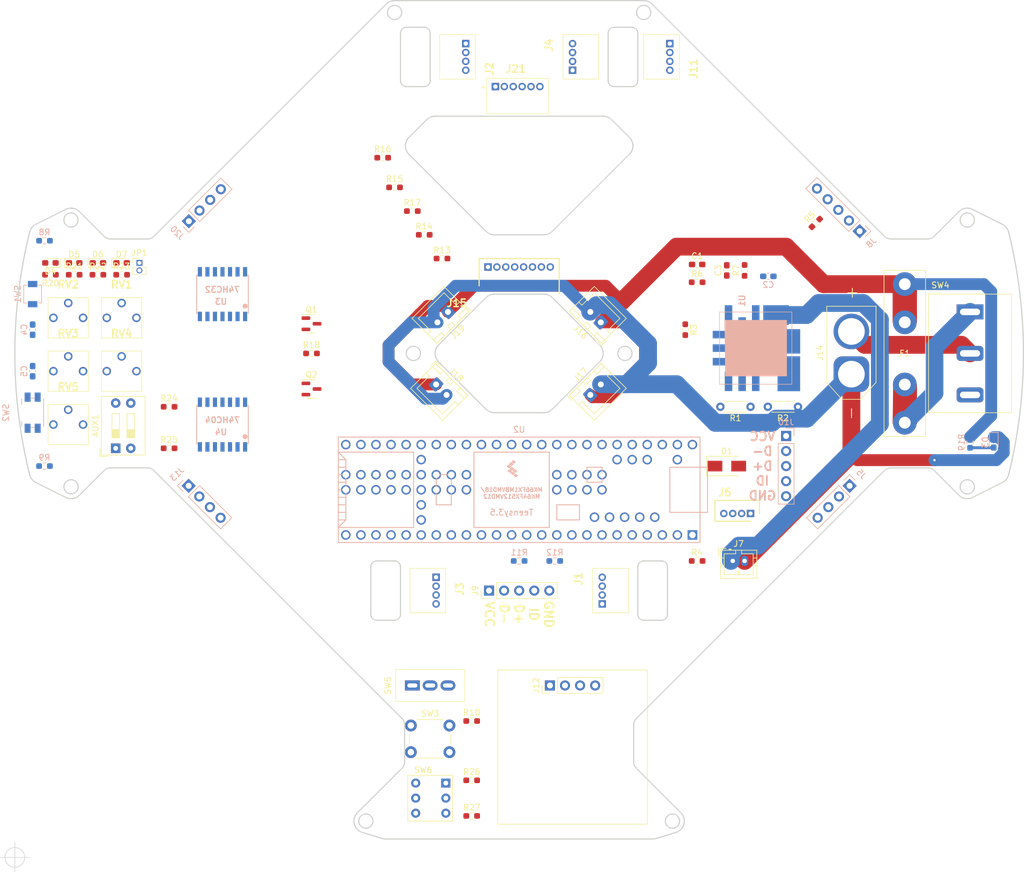
<source format=kicad_pcb>
(kicad_pcb (version 20211014) (generator pcbnew)
  (layers (0 "F.Cu" signal) (31 "B.Cu" signal) (34 "B.Paste" user) (35 "F.Paste" user) (36 "B.SilkS" user "B.Silkscreen") (37 "F.SilkS" user "F.Silkscreen") (38 "B.Mask" user) (39 "F.Mask" user) (44 "Edge.Cuts" user))
  (net 0 "")
  (net 1 "GND")
  (net 2 "/AUX1/3")
  (net 3 "/AUX1/4")
  (net 4 "Net-(C5-Pad2)")
  (net 5 "Net-(D1-Pad1)")
  (net 6 "+5V")
  (net 7 "Net-(D2-Pad2)")
  (net 8 "Net-(D6-Pad2)")
  (net 9 "Net-(D7-Pad2)")
  (net 10 "Net-(D3-Pad2)")
  (net 11 "Net-(D4-Pad1)")
  (net 12 "Net-(D4-Pad2)")
  (net 13 "+15V")
  (net 14 "Net-(F1-Pad2)")
  (net 15 "Net-(J1-Pad2)")
  (net 16 "Net-(J3-Pad1)")
  (net 17 "Net-(D5-Pad2)")
  (net 18 "Net-(J6-Pad1)")
  (net 19 "Net-(J1-Pad1)")
  (net 20 "Net-(J1-Pad4)")
  (net 21 "Net-(J2-Pad2)")
  (net 22 "Net-(J2-Pad4)")
  (net 23 "Net-(J3-Pad2)")
  (net 24 "Net-(J8-Pad1)")
  (net 25 "Net-(J8-Pad2)")
  (net 26 "Net-(J8-Pad4)")
  (net 27 "Net-(J3-Pad4)")
  (net 28 "Net-(J4-Pad1)")
  (net 29 "Net-(J4-Pad2)")
  (net 30 "Net-(J10-Pad1)")
  (net 31 "Net-(J10-Pad3)")
  (net 32 "Net-(J11-Pad1)")
  (net 33 "Net-(J4-Pad4)")
  (net 34 "Net-(J11-Pad3)")
  (net 35 "Net-(J5-Pad1)")
  (net 36 "Net-(J5-Pad3)")
  (net 37 "+3V3")
  (net 38 "Net-(J6-Pad3)")
  (net 39 "Net-(J10-Pad2)")
  (net 40 "Net-(J13-Pad1)")
  (net 41 "Net-(J13-Pad3)")
  (net 42 "Net-(J10-Pad4)")
  (net 43 "Net-(J10-Pad5)")
  (net 44 "Net-(J14-Pad2)")
  (net 45 "Net-(J15-Pad1)")
  (net 46 "Net-(J15-Pad2)")
  (net 47 "Net-(J15-Pad3)")
  (net 48 "Net-(J15-Pad5)")
  (net 49 "Net-(J15-Pad6)")
  (net 50 "Net-(J21-Pad1)")
  (net 51 "Net-(J21-Pad2)")
  (net 52 "Net-(J21-Pad3)")
  (net 53 "Net-(Q1-Pad1)")
  (net 54 "Net-(J21-Pad4)")
  (net 55 "Net-(J21-Pad5)")
  (net 56 "Net-(J21-Pad6)")
  (net 57 "PROG")
  (net 58 "/Switch/SW_GOAL")
  (net 59 "Net-(R1-Pad1)")
  (net 60 "/Switch/SW_START")
  (net 61 "Net-(R1-Pad2)")
  (net 67 "Net-(R4-Pad1)")
  (net 68 "Net-(R5-Pad1)")
  (net 69 "Net-(R13-Pad1)")
  (net 70 "Net-(R14-Pad1)")
  (net 71 "Net-(R16-Pad1)")
  (net 72 "Net-(R17-Pad1)")
  (net 73 "Net-(J15-Pad4)")
  (net 74 "Net-(R26-Pad2)")
  (net 79 "Net-(R15-Pad1)")
  (net 82 "Net-(U2-Pad16)")
  (net 83 "Net-(U2-Pad17)")
  (net 84 "Net-(U2-Pad18)")
  (net 85 "Net-(U2-Pad19)")
  (net 86 "Net-(U2-Pad20)")
  (net 87 "Net-(U2-Pad21)")
  (net 88 "Vbatt")
  (net 97 "/Switch/SW_led_R")
  (net 98 "/Switch/SW_led_G")
  (net 99 "/LED/LED4")
  (net 100 "/LED/LED3")
  (net 101 "/LED/LED2")
  (net 102 "/LED/LED1")
  (net 119 "Net-(U3-Pad11)")
  (net 120 "Net-(U3-Pad12)")
  (net 121 "Net-(J2-Pad1)")
  (net 122 "Net-(U3-Pad13)")
  (net 124 "Net-(Q1-Pad3)")
  (net 125 "Net-(R27-Pad2)")
  (footprint "Resistor_SMD:R_0603_1608Metric_Pad0.98x0.95mm_HandSolder" (layer "F.Cu") (at 64 76.735)
    (fp_text reference "R22")
    (fp_text value "120")
  )
  (footprint "0.main.robot:LED_SMLE13WBC8W1" (layer "F.Cu") (at 60 74.735)
    (fp_text reference "D5")
    (fp_text value "LED2_G")
  )
  (footprint "Package_TO_SOT_SMD:SOT-23" (layer "F.Cu") (at 100 85)
    (fp_text reference "Q1")
    (fp_text value "AO3400A")
  )
  (footprint "Resistor_THT:R_Axial_DIN0204_L3.6mm_D1.6mm_P5.08mm_Horizontal" (layer "F.Cu") (at 182 99 180)
    (fp_text reference "R2")
    (fp_text value "330")
  )
  (footprint "Diode_SMD:D_SMA" (layer "F.Cu") (at 170 109)
    (fp_text reference "D1")
    (fp_text value "SX34F")
  )
  (footprint "0.main.robot:JSTS8B-ZRLFSN" (layer "F.Cu") (at 129.75 78.6)
    (fp_text reference "J15")
    (fp_text value "LINE" hide)
  )
  (footprint "0.main.robot:OLED" (layer "F.Cu") (at 144 146)
    (fp_text reference "J12")
    (fp_text value "I2C_OLED")
  )
  (footprint "0.main.robot:LED_SMLE13WBC8W1" (layer "F.Cu") (at 56 74.735 180)
    (fp_text reference "D4")
    (fp_text value "LED1_R")
  )
  (footprint "Button_Switch_THT:SW_DIP_SPSTx02_Slide_9.78x7.26mm_W7.62mm_P2.54mm" (layer "F.Cu") (at 67 106 90)
    (fp_text reference "AUX1")
    (fp_text value "SW_DIP_x02")
  )
  (footprint "Resistor_SMD:R_0603_1608Metric_Pad0.98x0.95mm_HandSolder" (layer "F.Cu") (at 76 99)
    (fp_text reference "R24")
    (fp_text value "47k")
  )
  (footprint "Package_TO_SOT_SMD:SOT-23" (layer "F.Cu") (at 100 96)
    (fp_text reference "Q2")
    (fp_text value "AO3401A")
  )
  (footprint "Resistor_SMD:R_0603_1608Metric_Pad0.98x0.95mm_HandSolder" (layer "F.Cu") (at 165 78)
    (fp_text reference "R6")
    (fp_text value "47k")
  )
  (footprint "Resistor_SMD:R_0603_1608Metric_Pad0.98x0.95mm_HandSolder" (layer "F.Cu") (at 76 106)
    (fp_text reference "R25")
    (fp_text value "47k")
  )
  (footprint "Resistor_SMD:R_0603_1608Metric_Pad0.98x0.95mm_HandSolder" (layer "F.Cu") (at 114 62)
    (fp_text reference "R15")
    (fp_text value "10k")
  )
  (footprint "0.main.robot:MFS101D-14-Z" (layer "F.Cu") (at 120 146 90)
    (fp_text reference "SW5")
    (fp_text value "GOAL")
  )
  (footprint "0.main.robot:Trim-GF063P" (layer "F.Cu") (at 59 84)
    (fp_text reference "RV2")
    (fp_text value "20K" hide)
  )
  (footprint "Resistor_SMD:R_0603_1608Metric_Pad0.98x0.95mm_HandSolder" (layer "F.Cu") (at 127 162)
    (fp_text reference "R26")
    (fp_text value "470")
  )
  (footprint "Connector_JST:JST_XH_B2B-XH-A_1x02_P2.50mm_Vertical" (layer "F.Cu") (at 121 95.2322 -45)
    (fp_text reference "J18")
    (fp_text value "MD3")
  )
  (footprint "Connector_JST:JST_XH_B2B-XH-A_1x02_P2.50mm_Vertical" (layer "F.Cu") (at 147 97 45)
    (fp_text reference "J17")
    (fp_text value "MD2")
  )
  (footprint "Connector_JST:JST_XH_B2B-XH-A_1x02_P2.50mm_Vertical" (layer "F.Cu") (at 123 83 -135)
    (fp_text reference "J19")
    (fp_text value "MD4")
  )
  (footprint "0.main.robot:JSTB4B-ZR" (layer "F.Cu") (at 174 117)
    (fp_text reference "J6")
    (fp_text value "Serial3/Vision" hide)
  )
  (footprint "0.main.robot:FUSE_20mm" (layer "F.Cu") (at 200 90)
    (fp_text reference "F1")
    (fp_text value "Fuse 15A")
  )
  (footprint "Connector_PinHeader_1.27mm:PinHeader_1x02_P1.27mm_Vertical" (layer "F.Cu") (at 71 74.735)
    (fp_text reference "JP1")
    (fp_text value "Jumper_2_Bridged")
  )
  (footprint "Connector_JST:JST_PH_B2B-PH-K_1x02_P2.00mm_Vertical" (layer "F.Cu") (at 171 125)
    (fp_text reference "J7")
    (fp_text value "raspi-power")
  )
  (footprint "Resistor_SMD:R_0603_1608Metric_Pad0.98x0.95mm_HandSolder" (layer "F.Cu") (at 127 152)
    (fp_text reference "R10")
    (fp_text value "47k")
  )
  (footprint "0.main.robot:SW_SPST_POWER" (layer "F.Cu") (at 211 90)
    (fp_text reference "SW4")
    (fp_text value "SW_SPST")
  )
  (footprint "0.main.robot:JSTS4B-ZRLFSN" (layer "F.Cu") (at 126 40 -90)
    (fp_text reference "J2")
    (fp_text value "MD4" hide)
  )
  (footprint "Capacitor_SMD:C_0603_1608Metric_Pad1.08x0.95mm_HandSolder" (layer "F.Cu") (at 165 75)
    (fp_text reference "C1")
    (fp_text value "10u")
  )
  (footprint "0.main.robot:Trim-GF063P" (layer "F.Cu") (at 68 93)
    (fp_text reference "RV4")
    (fp_text value "20K" hide)
  )
  (footprint "0.main.robot:LED_SMLE13WBC8W1" (layer "F.Cu") (at 175 89.125 180)
    (fp_text reference "D2")
    (fp_text value "LED")
  )
  (footprint "Resistor_SMD:R_0603_1608Metric_Pad0.98x0.95mm_HandSolder" (layer "F.Cu") (at 127 168)
    (fp_text reference "R27")
    (fp_text value "470")
  )
  (footprint "Resistor_THT:R_Axial_DIN0204_L3.6mm_D1.6mm_P5.08mm_Horizontal" (layer "F.Cu") (at 174 99 180)
    (fp_text reference "R1")
    (fp_text value "1k")
  )
  (footprint "Button_Switch_THT:SW_PUSH_6mm" (layer "F.Cu") (at 116.75 152.75)
    (fp_text reference "SW3")
    (fp_text value "SET")
  )
  (footprint "0.main.robot:AMASS_XT60-M_1x02_P7.20mm_Vertical" (layer "F.Cu") (at 191 93.5 90)
    (fp_text reference "J14")
    (fp_text value "Power IN")
  )
  (footprint "0.main.robot:JSTS4B-ZRLFSN" (layer "F.Cu") (at 121 130 -90)
    (fp_text reference "J3")
    (fp_text value "MD3" hide)
  )
  (footprint "0.main.robot:LED_SMLE13WBC8W1" (layer "F.Cu") (at 68 74.735)
    (fp_text reference "D7")
    (fp_text value "LED4_B")
  )
  (footprint "0.main.robot:LED_SMLE13WBC8W1" (layer "F.Cu") (at 64 74.735)
    (fp_text reference "D6")
    (fp_text value "LED3_Y")
  )
  (footprint "Resistor_SMD:R_0603_1608Metric_Pad0.98x0.95mm_HandSolder" (layer "F.Cu") (at 185 68 45)
    (fp_text reference "R5")
    (fp_text value "10k")
  )
  (footprint "Resistor_SMD:R_0603_1608Metric_Pad0.98x0.95mm_HandSolder" (layer "F.Cu") (at 56 76.735 180)
    (fp_text reference "R20")
    (fp_text value "120")
  )
  (footprint "0.main.robot:Trim-GF063P" (layer "F.Cu") (at 68 84)
    (fp_text reference "RV1")
    (fp_text value "20K" hide)
  )
  (footprint "0.main.robot:Trim-GF063P" (layer "F.Cu") (at 59 93)
    (fp_text reference "RV3")
    (fp_text value "20K" hide)
  )
  (footprint "Connector_PinHeader_2.54mm:PinHeader_1x05_P2.54mm_Vertical" (layer "F.Cu") (at 129.925 130 90)
    (fp_text reference "J9")
    (fp_text value "micro-b_out")
  )
  (footprint "Resistor_SMD:R_0603_1608Metric_Pad0.98x0.95mm_HandSolder" (layer "F.Cu") (at 173 76 90)
    (fp_text reference "R7")
    (fp_text value "10k")
  )
  (footprint "0.main.robot:SW_NKK_B-12CCPRM" (layer "F.Cu") (at 117.565 162.46)
    (fp_text reference "SW6")
    (fp_text value "START")
  )
  (footprint "Resistor_SMD:R_0603_1608Metric_Pad0.98x0.95mm_HandSolder" (layer "F.Cu") (at 122 74)
    (fp_text reference "R13")
    (fp_text value "10k")
  )
  (footprint "Resistor_SMD:R_0603_1608Metric_Pad0.98x0.95mm_HandSolder" (layer "F.Cu") (at 119 70)
    (fp_text reference "R14")
    (fp_text value "10k")
  )
  (footprint "Resistor_SMD:R_0603_1608Metric_Pad0.98x0.95mm_HandSolder" (layer "F.Cu") (at 112 57)
    (fp_text reference "R16")
    (fp_text value "10k")
  )
  (footprint "Resistor_SMD:R_0603_1608Metric_Pad0.98x0.95mm_HandSolder" (layer "F.Cu") (at 165 125)
    (fp_text reference "R4")
    (fp_text value "10k")
  )
  (footprint "Resistor_SMD:R_0603_1608Metric_Pad0.98x0.95mm_HandSolder" (layer "F.Cu") (at 100 90)
    (fp_text reference "R18")
    (fp_text value "10k")
  )
  (footprint "Connector_JST:JST_XH_B2B-XH-A_1x02_P2.50mm_Vertical" (layer "F.Cu") (at 148.767767 84.767767 135)
    (fp_text reference "J16")
    (fp_text value "MD1")
  )
  (footprint "0.main.robot:Trim-GF063P" (layer "F.Cu") (at 59 102)
    (fp_text reference "RV5")
    (fp_text value "20K" hide)
  )
  (footprint "0.main.robot:JSTS4B-ZRLFSN" (layer "F.Cu") (at 160.4 40 -90)
    (fp_text reference "J11")
    (fp_text value "I2C_ToF" hide)
  )
  (footprint "Resistor_SMD:R_0603_1608Metric_Pad0.98x0.95mm_HandSolder" (layer "F.Cu") (at 117 66)
    (fp_text reference "R17")
    (fp_text value "10k")
  )
  (footprint "Capacitor_SMD:C_0603_1608Metric_Pad1.08x0.95mm_HandSolder" (layer "F.Cu") (at 170 76 90)
    (fp_text reference "C3")
    (fp_text value "10u")
  )
  (footprint "0.main.robot:JSTS4B-ZRLFSN" (layer "F.Cu") (at 144 40 90)
    (fp_text reference "J4")
    (fp_text value "MD1" hide)
  )
  (footprint "0.main.robot:JSTS6B-ZRLFSN" (layer "F.Cu") (at 131 45)
    (fp_text reference "J21")
    (fp_text value "Trimmer" hide)
  )
  (footprint "Resistor_SMD:R_0603_1608Metric_Pad0.98x0.95mm_HandSolder" (layer "F.Cu") (at 163 86 -90)
    (fp_text reference "R3")
    (fp_text value "470")
  )
  (footprint "Resistor_SMD:R_0603_1608Metric_Pad0.98x0.95mm_HandSolder" (layer "F.Cu") (at 60 76.735)
    (fp_text reference "R21")
    (fp_text value "120")
  )
  (footprint "Resistor_SMD:R_0603_1608Metric_Pad0.98x0.95mm_HandSolder" (layer "F.Cu") (at 68 76.735)
    (fp_text reference "R23")
    (fp_text value "120")
  )
  (footprint "0.main.robot:JSTS4B-ZRLFSN" (layer "F.Cu") (at 149 130 90)
    (fp_text reference "J1")
    (fp_text value "MD2" hide)
  )
  (footprint "Connector_PinSocket_2.54mm:PinSocket_1x04_P2.54mm_Vertical" (layer "B.Cu") (at 79.2953 112.3307 -135)
    (fp_text reference "J13")
    (fp_text value "drib-kick")
  )
  (footprint "Capacitor_SMD:C_0603_1608Metric_Pad1.08x0.95mm_HandSolder" (layer "B.Cu") (at 53 86 -90)
    (fp_text reference "C4")
    (fp_text value "0.1u")
  )
  (footprint "Capacitor_SMD:C_0603_1608Metric_Pad1.08x0.95mm_HandSolder" (layer "B.Cu") (at 53 93 -90)
    (fp_text reference "C5")
    (fp_text value "0.1u")
  )
  (footprint "Connector_PinHeader_2.54mm:PinHeader_1x05_P2.54mm_Vertical" (layer "B.Cu") (at 180 103.925 180)
    (fp_text reference "J10")
    (fp_text value "micro-b_in")
  )
  (footprint "Resistor_SMD:R_0603_1608Metric_Pad0.98x0.95mm_HandSolder" (layer "B.Cu") (at 55 109 180)
    (fp_text reference "R9")
    (fp_text value "47k")
  )
  (footprint "Resistor_SMD:R_0603_1608Metric_Pad0.98x0.95mm_HandSolder" (layer "B.Cu") (at 135 125 180)
    (fp_text reference "R11")
    (fp_text value "10k")
  )
  (footprint "Capacitor_SMD:C_0603_1608Metric_Pad1.08x0.95mm_HandSolder" (layer "B.Cu") (at 177 77)
    (fp_text reference "C2")
    (fp_text value "10u")
  )
  (footprint "0.main.robot:THAU13-AB-R" (layer "B.Cu") (at 53 100 -90)
    (fp_text reference "SW2")
    (fp_text value "Reset")
  )
  (footprint "0.main.robot:SOP14W" (layer "B.Cu") (at 85 80 180)
    (fp_text reference "U3")
    (fp_text value "74HC32")
  )
  (footprint "Resistor_SMD:R_0603_1608Metric_Pad0.98x0.95mm_HandSolder" (layer "B.Cu") (at 141 125 180)
    (fp_text reference "R12")
    (fp_text value "10k")
  )
  (footprint "0.main.robot:Teensy35_36_x" (layer "B.Cu") (at 135 113 180)
    (fp_text reference "U2")
    (fp_text value "Teensy3.5")
  )
  (footprint "Resistor_SMD:R_0603_1608Metric_Pad0.98x0.95mm_HandSolder" (layer "B.Cu") (at 211 105 -90)
    (fp_text reference "R19")
    (fp_text value "3k")
  )
  (footprint "0.main.robot:SOP14W" (layer "B.Cu") (at 85 102 180)
    (fp_text reference "U4")
    (fp_text value "74HC04")
  )
  (footprint "0.main.robot:TVAF06-A020B-R" (layer "B.Cu") (at 53 80 -90)
    (fp_text reference "SW1")
    (fp_text value "PROG")
  )
  (footprint "Connector_PinSocket_2.54mm:PinSocket_1x04_P2.54mm_Vertical" (layer "B.Cu") (at 190.7047 112.3307 135)
    (fp_text reference "J5")
    (fp_text value "XBee")
  )
  (footprint "Connector_PinSocket_2.54mm:PinSocket_1x05_P2.54mm_Vertical" (layer "B.Cu") (at 192.3882 69.3882 45)
    (fp_text reference "J8")
    (fp_text value "Serial2/IMU")
  )
  (footprint "0.main.robot:LED_SMLE13WBC8W1" (layer "B.Cu") (at 215 105 -90)
    (fp_text reference "D3")
    (fp_text value "LED")
  )
  (footprint "Resistor_SMD:R_0603_1608Metric_Pad0.98x0.95mm_HandSolder" (layer "B.Cu") (at 55 71 180)
    (fp_text reference "R8")
    (fp_text value "47k")
  )
  (footprint "Connector_PinSocket_2.54mm:PinSocket_1x04_P2.54mm_Vertical" (layer "B.Cu") (at 79.3307 67.7047 -45)
    (fp_text reference "J20")
    (fp_text value "Drib-Kick")
  )
  (footprint "0.main.robot:OKL-T3-W12N-C" (layer "B.Cu") (at 168.773 83.018 90)
    (fp_text reference "U1")
    (fp_text value "OKL-T_3-W12N-C" hide)
  )
  (gr_arc (start 204.942913 70.26167) (mid 204.456278 70.58683) (end 203.882252 70.701011) (layer "Edge.Cuts") (width 0.2))
  (gr_line (start 153.585788 53.585786) (end 150.585788 50.585786) (layer "Edge.Cuts") (width 0.2))
  (gr_arc (start 211.425723 114.287139) (mid 210.210932 114.47246) (end 209.117083 113.912499) (layer "Edge.Cuts") (width 0.2))
  (gr_line (start 111.232935 171.596663) (end 108.535674 170.775239) (layer "Edge.Cuts") (width 0.2))
  (gr_line (start 110.000001 126.000001) (end 110.000001 134.000001) (layer "Edge.Cuts") (width 0.2))
  (gr_line (start 188.930719 62.613437) (end 196.578952 70.26167) (layer "Edge.Cuts") (width 0.2))
  (gr_line (start 162.386564 143.930717) (end 154.738331 151.57895) (layer "Edge.Cuts") (width 0.2))
  (gr_line (start 53.547495 68.226252) (end 58.57428 65.71286) (layer "Edge.Cuts") (width 0.2))
  (gr_line (start 60.88292 66.087501) (end 65.05709 70.26167) (layer "Edge.Cuts") (width 0.2))
  (gr_line (start 116.414214 56.414213) (end 129.414214 69.414213) (layer "Edge.Cuts") (width 0.2))
  (gr_arc (start 153.585788 53.585786) (mid 154.171574 55) (end 153.585788 56.414213) (layer "Edge.Cuts") (width 0.2))
  (gr_arc (start 119.414214 50.585786) (mid 120.063061 50.15224) (end 120.828428 49.999999) (layer "Edge.Cuts") (width 0.2))
  (gr_arc (start 140.585788 69.414213) (mid 139.936941 69.847759) (end 139.171574 70) (layer "Edge.Cuts") (width 0.2))
  (gr_arc (start 112.596937 31.085786) (mid 113.245783 30.65224) (end 114.01115 30.499999) (layer "Edge.Cuts") (width 0.2))
  (gr_arc (start 66.117751 70.70101) (mid 65.543726 70.586829) (end 65.05709 70.26167) (layer "Edge.Cuts") (width 0.2))
  (gr_line (start 157.403066 31.085786) (end 162.386563 36.069283) (layer "Edge.Cuts") (width 0.2))
  (gr_arc (start 58.57428 65.71286) (mid 59.789071 65.52754) (end 60.88292 66.087501) (layer "Edge.Cuts") (width 0.2))
  (gr_line (start 154.298991 152.63961) (end 154.298991 158.88225) (layer "Edge.Cuts") (width 0.2))
  (gr_line (start 160.000001 134.000001) (end 160.000001 126.000001) (layer "Edge.Cuts") (width 0.2))
  (gr_line (start 66.117751 70.70101) (end 72.360391 70.70101) (layer "Edge.Cuts") (width 0.2))
  (gr_arc (start 154.738331 159.942911) (mid 154.413172 159.456276) (end 154.298991 158.88225) (layer "Edge.Cuts") (width 0.2))
  (gr_arc (start 120.000001 43.999999) (mid 119.707108 44.707106) (end 119.000001 44.999999) (layer "Edge.Cuts") (width 0.2))
  (gr_circle (center 109.158364 168.874645) (end 110.358364 168.874645) (layer "Edge.Cuts") (width 0.2) (fill none))
  (gr_line (start 148.585788 88.585786) (end 140.585788 80.585786) (layer "Edge.Cuts") (width 0.2))
  (gr_arc (start 155.000001 43.999999) (mid 154.707108 44.707106) (end 154.000001 44.999999) (layer "Edge.Cuts") (width 0.2))
  (gr_arc (start 121.414214 91.414214) (mid 120.828428 90) (end 121.414214 88.585786) (layer "Edge.Cuts") (width 0.2))
  (gr_line (start 72.360391 109.298989) (end 66.117751 109.298989) (layer "Edge.Cuts") (width 0.2))
  (gr_circle (center 155.988852 32.499999) (end 157.188852 32.499999) (layer "Edge.Cuts") (width 0.2) (fill none))
  (gr_line (start 155.000001 126.000001) (end 155.000001 134.000001) (layer "Edge.Cuts") (width 0.2))
  (gr_arc (start 156.000001 135.000001) (mid 155.292895 134.707107) (end 155.000001 134.000001) (layer "Edge.Cuts") (width 0.2))
  (gr_circle (center 59.468707 67.501714) (end 60.668707 67.501714) (layer "Edge.Cuts") (width 0.2) (fill none))
  (gr_line (start 115.000001 134.000001) (end 115.000001 126.000001) (layer "Edge.Cuts") (width 0.2))
  (gr_arc (start 217.499238 110.466457) (mid 217.119293 111.234938) (end 216.452507 111.773748) (layer "Edge.Cuts") (width 0.2))
  (gr_line (start 162.386563 36.069283) (end 188.930719 62.613437) (layer "Edge.Cuts") (width 0.2))
  (gr_line (start 58.57428 114.28714) (end 53.547495 111.773748) (layer "Edge.Cuts") (width 0.2))
  (gr_line (start 129.414214 80.585786) (end 121.414214 88.585786) (layer "Edge.Cuts") (width 0.2))
  (gr_line (start 111.949187 171.814791) (end 111.445784 171.671285) (layer "Edge.Cuts") (width 0.2))
  (gr_circle (center 114.01115 32.499999) (end 115.21115 32.499999) (layer "Edge.Cuts") (width 0.2) (fill none))
  (gr_line (start 81.069284 62.613438) (end 107.613439 36.069283) (layer "Edge.Cuts") (width 0.2))
  (gr_line (start 114.000001 125.000001) (end 111.000001 125.000001) (layer "Edge.Cuts") (width 0.2))
  (gr_line (start 114.01115 30.499999) (end 155.988852 30.499999) (layer "Edge.Cuts") (width 0.2))
  (gr_line (start 107.61344 143.930717) (end 81.069284 117.386562) (layer "Edge.Cuts") (width 0.2))
  (gr_arc (start 111.000001 135.000001) (mid 110.292895 134.707107) (end 110.000001 134.000001) (layer "Edge.Cuts") (width 0.2))
  (gr_line (start 154.738331 159.942911) (end 162.255852 167.460432) (layer "Edge.Cuts") (width 0.2))
  (gr_line (start 204.942913 70.26167) (end 209.117082 66.0875) (layer "Edge.Cuts") (width 0.2))
  (gr_arc (start 130.828428 100) (mid 130.063061 99.847759) (end 129.414214 99.414214) (layer "Edge.Cuts") (width 0.2))
  (gr_arc (start 154.000001 34.999999) (mid 154.707108 35.292892) (end 155.000001 35.999999) (layer "Edge.Cuts") (width 0.2))
  (gr_circle (center 117.171574 90) (end 118.371574 90) (layer "Edge.Cuts") (width 0.2) (fill none))
  (gr_arc (start 217.499238 69.533543) (mid 220.000001 90) (end 217.499238 110.466457) (layer "Edge.Cuts") (width 0.2))
  (gr_line (start 209.117083 113.912499) (end 204.942913 109.73833) (layer "Edge.Cuts") (width 0.2))
  (gr_arc (start 115.000001 134.000001) (mid 114.707107 134.707107) (end 114.000001 135.000001) (layer "Edge.Cuts") (width 0.2))
  (gr_line (start 121.414214 91.414214) (end 129.414214 99.414214) (layer "Edge.Cuts") (width 0.2))
  (gr_line (start 115.000001 35.999999) (end 115.000001 43.999999) (layer "Edge.Cuts") (width 0.2))
  (gr_arc (start 112.491559 171.889737) (mid 112.217796 171.870912) (end 111.949187 171.814791) (layer "Edge.Cuts") (width 0.2))
  (gr_arc (start 154.298991 152.63961) (mid 154.413172 152.065585) (end 154.738331 151.57895) (layer "Edge.Cuts") (width 0.2))
  (gr_line (start 157.508443 171.889737) (end 112.491559 171.889737) (layer "Edge.Cuts") (width 0.2))
  (gr_arc (start 115.000001 35.999999) (mid 115.292894 35.292892) (end 116.000001 34.999999) (layer "Edge.Cuts") (width 0.2))
  (gr_arc (start 196.578952 109.738329) (mid 197.065587 109.41317) (end 197.639612 109.298989) (layer "Edge.Cuts") (width 0.2))
  (gr_arc (start 116.414214 56.414213) (mid 115.828428 55) (end 116.414214 53.585786) (layer "Edge.Cuts") (width 0.2))
  (gr_arc (start 197.639612 70.70101) (mid 197.065587 70.586829) (end 196.578952 70.26167) (layer "Edge.Cuts") (width 0.2))
  (gr_arc (start 60.882921 113.912499) (mid 59.789072 114.472461) (end 58.57428 114.28714) (layer "Edge.Cuts") (width 0.2))
  (gr_arc (start 149.171574 49.999999) (mid 149.936941 50.15224) (end 150.585788 50.585786) (layer "Edge.Cuts") (width 0.2))
  (gr_arc (start 110.000001 126.000001) (mid 110.292894 125.292894) (end 111.000001 125.000001) (layer "Edge.Cuts") (width 0.2))
  (gr_arc (start 52.500764 69.533543) (mid 52.880709 68.765062) (end 53.547495 68.226252) (layer "Edge.Cuts") (width 0.2))
  (gr_arc (start 140.585788 99.414214) (mid 139.936941 99.847759) (end 139.171574 100) (layer "Edge.Cuts") (width 0.2))
  (gr_arc (start 53.547495 111.773748) (mid 52.880709 111.234938) (end 52.500764 110.466457) (layer "Edge.Cuts") (width 0.2))
  (gr_arc (start 160.000001 134.000001) (mid 159.707107 134.707107) (end 159.000001 135.000001) (layer "Edge.Cuts") (width 0.2))
  (gr_arc (start 151.000001 44.999999) (mid 150.292894 44.707106) (end 150.000001 43.999999) (layer "Edge.Cuts") (width 0.2))
  (gr_arc (start 158.050815 171.814791) (mid 157.782206 171.870912) (end 157.508443 171.889737) (layer "Edge.Cuts") (width 0.2))
  (gr_arc (start 158.767064 171.596664) (mid 158.661694 171.636977) (end 158.554218 171.671285) (layer "Edge.Cuts") (width 0.2))
  (gr_arc (start 162.255852 167.460432) (mid 162.786948 169.339154) (end 161.464329 170.775238) (layer "Edge.Cuts") (width 0.2))
  (gr_arc (start 129.414214 80.585786) (mid 130.063061 80.152241) (end 130.828428 80) (layer "Edge.Cuts") (width 0.2))
  (gr_arc (start 72.360391 109.298989) (mid 72.934416 109.41317) (end 73.421051 109.738329) (layer "Edge.Cuts") (width 0.2))
  (gr_arc (start 209.117082 66.0875) (mid 210.210932 65.527539) (end 211.425724 65.712859) (layer "Edge.Cuts") (width 0.2))
  (gr_line (start 140.585788 69.414213) (end 153.585788 56.414213) (layer "Edge.Cuts") (width 0.2))
  (gr_line (start 156.000001 135.000001) (end 159.000001 135.000001) (layer "Edge.Cuts") (width 0.2))
  (gr_line (start 107.613439 36.069283) (end 112.596937 31.085786) (layer "Edge.Cuts") (width 0.2))
  (gr_circle (center 160.841639 168.874645) (end 162.041639 168.874645) (layer "Edge.Cuts") (width 0.2) (fill none))
  (gr_line (start 139.171574 80) (end 130.828428 80) (layer "Edge.Cuts") (width 0.2))
  (gr_arc (start 115.261672 151.57895) (mid 115.586831 152.065585) (end 115.701012 152.63961) (layer "Edge.Cuts") (width 0.2))
  (gr_line (start 111.000001 135.000001) (end 114.000001 135.000001) (layer "Edge.Cuts") (width 0.2))
  (gr_line (start 196.578952 109.738329) (end 188.930719 117.386561) (layer "Edge.Cuts") (width 0.2))
  (gr_arc (start 108.535674 170.775239) (mid 107.213054 169.339155) (end 107.74415 167.460432) (layer "Edge.Cuts") (width 0.2))
  (gr_arc (start 159.000001 125.000001) (mid 159.707108 125.292894) (end 160.000001 126.000001) (layer "Edge.Cuts") (width 0.2))
  (gr_line (start 116.000001 44.999999) (end 119.000001 44.999999) (layer "Edge.Cuts") (width 0.2))
  (gr_line (start 130.828428 100) (end 139.171574 100) (layer "Edge.Cuts") (width 0.2))
  (gr_line (start 161.464329 170.775238) (end 158.767064 171.596664) (layer "Edge.Cuts") (width 0.2))
  (gr_line (start 188.930719 117.386561) (end 162.386564 143.930717) (layer "Edge.Cuts") (width 0.2))
  (gr_line (start 81.069284 117.386562) (end 73.421051 109.738329) (layer "Edge.Cuts") (width 0.2))
  (gr_line (start 158.554218 171.671285) (end 158.050815 171.814791) (layer "Edge.Cuts") (width 0.2))
  (gr_line (start 211.425724 65.712859) (end 216.452507 68.226252) (layer "Edge.Cuts") (width 0.2))
  (gr_line (start 151.000001 44.999999) (end 154.000001 44.999999) (layer "Edge.Cuts") (width 0.2))
  (gr_arc (start 155.988852 30.499999) (mid 156.754219 30.65224) (end 157.403066 31.085786) (layer "Edge.Cuts") (width 0.2))
  (gr_arc (start 216.452507 68.226252) (mid 217.119293 68.765062) (end 217.499238 69.533543) (layer "Edge.Cuts") (width 0.2))
  (gr_arc (start 73.421051 70.26167) (mid 72.934416 70.586829) (end 72.360391 70.70101) (layer "Edge.Cuts") (width 0.2))
  (gr_circle (center 210.531296 112.498285) (end 211.731296 112.498285) (layer "Edge.Cuts") (width 0.2) (fill none))
  (gr_line (start 65.05709 109.738329) (end 60.882921 113.912499) (layer "Edge.Cuts") (width 0.2))
  (gr_line (start 140.585788 99.414214) (end 148.585788 91.414214) (layer "Edge.Cuts") (width 0.2))
  (gr_arc (start 111.445784 171.671285) (mid 111.338307 171.636977) (end 111.232935 171.596663) (layer "Edge.Cuts") (width 0.2))
  (gr_circle (center 210.531296 67.501714) (end 211.731296 67.501714) (layer "Edge.Cuts") (width 0.2) (fill none))
  (gr_line (start 119.000001 34.999999) (end 116.000001 34.999999) (layer "Edge.Cuts") (width 0.2))
  (gr_line (start 130.828428 70) (end 139.171574 70) (layer "Edge.Cuts") (width 0.2))
  (gr_arc (start 203.882252 109.298989) (mid 204.456278 109.41317) (end 204.942913 109.73833) (layer "Edge.Cuts") (width 0.2))
  (gr_arc (start 150.000001 35.999999) (mid 150.292894 35.292892) (end 151.000001 34.999999) (layer "Edge.Cuts") (width 0.2))
  (gr_line (start 154.000001 34.999999) (end 151.000001 34.999999) (layer "Edge.Cuts") (width 0.2))
  (gr_line (start 150.000001 35.999999) (end 150.000001 43.999999) (layer "Edge.Cuts") (width 0.2))
  (gr_line (start 107.74415 167.460432) (end 115.261672 159.942911) (layer "Edge.Cuts") (width 0.2))
  (gr_line (start 197.639612 70.70101) (end 203.882252 70.701011) (layer "Edge.Cuts") (width 0.2))
  (gr_line (start 73.421051 70.26167) (end 81.069284 62.613438) (layer "Edge.Cuts") (width 0.2))
  (gr_line (start 119.414214 50.585786) (end 116.414214 53.585786) (layer "Edge.Cuts") (width 0.2))
  (gr_line (start 159.000001 125.000001) (end 156.000001 125.000001) (layer "Edge.Cuts") (width 0.2))
  (gr_arc (start 139.171574 80) (mid 139.936941 80.152241) (end 140.585788 80.585786) (layer "Edge.Cuts") (width 0.2))
  (gr_arc (start 155.000001 126.000001) (mid 155.292895 125.292895) (end 156.000001 125.000001) (layer "Edge.Cuts") (width 0.2))
  (gr_arc (start 115.701012 158.88225) (mid 115.586831 159.456276) (end 115.261672 159.942911) (layer "Edge.Cuts") (width 0.2))
  (gr_line (start 115.261672 151.57895) (end 107.61344 143.930717) (layer "Edge.Cuts") (width 0.2))
  (gr_line (start 115.701012 158.88225) (end 115.701012 152.63961) (layer "Edge.Cuts") (width 0.2))
  (gr_line (start 120.000001 43.999999) (end 120.000001 35.999999) (layer "Edge.Cuts") (width 0.2))
  (gr_arc (start 65.05709 109.738329) (mid 65.543725 109.41317) (end 66.117751 109.298989) (layer "Edge.Cuts") (width 0.2))
  (gr_arc (start 119.000001 34.999999) (mid 119.707108 35.292892) (end 120.000001 35.999999) (layer "Edge.Cuts") (width 0.2))
  (gr_arc (start 148.585788 88.585786) (mid 149.171574 90) (end 148.585788 91.414214) (layer "Edge.Cuts") (width 0.2))
  (gr_arc (start 114.000001 125.000001) (mid 114.707107 125.292895) (end 115.000001 126.000001) (layer "Edge.Cuts") (width 0.2))
  (gr_circle (center 152.828428 90) (end 154.028428 90) (layer "Edge.Cuts") (width 0.2) (fill none))
  (gr_line (start 203.882252 109.298989) (end 197.639612 109.298989) (layer "Edge.Cuts") (width 0.2))
  (gr_arc (start 130.828428 70) (mid 130.063061 69.847759) (end 129.414214 69.414213) (layer "Edge.Cuts") (width 0.2))
  (gr_line (start 155.000001 43.999999) (end 155.000001 35.999999) (layer "Edge.Cuts") (width 0.2))
  (gr_arc (start 116.000001 44.999999) (mid 115.292894 44.707106) (end 115.000001 43.999999) (layer "Edge.Cuts") (width 0.2))
  (gr_arc (start 52.500764 110.466457) (mid 50.000001 90) (end 52.500764 69.533543) (layer "Edge.Cuts") (width 0.2))
  (gr_circle (center 59.468707 112.498285) (end 60.668707 112.498285) (layer "Edge.Cuts") (width 0.2) (fill none))
  (gr_line (start 149.171574 49.999999) (end 120.828428 49.999999) (layer "Edge.Cuts") (width 0.2))
  (gr_line (start 216.452507 111.773748) (end 211.425723 114.287139) (layer "Edge.Cuts") (width 0.2))
  (gr_text "VCC" (at 176 104) (layer "B.SilkS") (effects (font (size 1.5 1.5) (thickness 0.3)) (justify mirror)))
  (gr_text "ID" (at 176 111.5) (layer "B.SilkS") (effects (font (size 1.5 1.5) (thickness 0.3)) (justify mirror)))
  (gr_text "D+" (at 176 109) (layer "B.SilkS") (effects (font (size 1.5 1.5) (thickness 0.3)) (justify mirror)))
  (gr_text "GND" (at 176 114) (layer "B.SilkS") (effects (font (size 1.5 1.5) (thickness 0.3)) (justify mirror)))
  (gr_text "D-" (at 176 106.5) (layer "B.SilkS") (effects (font (size 1.5 1.5) (thickness 0.3)) (justify mirror)))
  (gr_text "D-" (at 132.5 134 -90) (layer "F.SilkS") (effects (font (size 1.5 1.5) (thickness 0.3))))
  (gr_text "GND" (at 140 134 -90) (layer "F.SilkS") (effects (font (size 1.5 1.5) (thickness 0.3))))
  (gr_text "ID" (at 137.5 134 -90) (layer "F.SilkS") (effects (font (size 1.5 1.5) (thickness 0.3))))
  (gr_text "D+" (at 135 134 -90) (layer "F.SilkS") (effects (font (size 1.5 1.5) (thickness 0.3))))
  (gr_text "VCC" (at 130 134 -90) (layer "F.SilkS") (effects (font (size 1.5 1.5) (thickness 0.3))))
  (target plus (at 50 175) (size 5) (width 0.1) (layer "Edge.Cuts"))
  (segment (start 192 108) (end 191 107) (width 2) (layer "F.Cu") (net 1))
  (segment (start 191 107) (end 173 125) (width 3) (layer "F.Cu") (net 1))
  (segment (start 191 93.5) (end 191 107) (width 3) (layer "F.Cu") (net 1))
  (segment (start 205 108) (end 192 108) (width 2) (layer "F.Cu") (net 1))
  (via (at 205 108) (size 0.8) (drill 0.4) (layers "F.Cu" "B.Cu") (net 1))
  (segment (start 148.066315 81.863653) (end 146.964984 82.964984) (width 3) (layer "B.Cu") (net 1))
  (segment (start 153.147525 95.197217) (end 156.729511 91.615231) (width 3) (layer "B.Cu") (net 1))
  (segment (start 151.197217 95.197217) (end 148.802783 95.197217) (width 3) (layer "B.Cu") (net 1))
  (segment (start 142.588472 78.588472) (end 147 83) (width 2) (layer "B.Cu") (net 1))
  (segment (start 116.839915 84.767767) (end 121.232233 84.767767) (width 2) (layer "B.Cu") (net 1))
  (segment (start 183.5 101) (end 178.313422 101) (width 3) (layer "B.Cu") (net 1))
  (segment (start 215.432253 108) (end 205 108) (width 2) (layer "B.Cu") (net 1))
  (segment (start 122.767767 96.999967) (end 122.131421 97.636313) (width 2) (layer "B.Cu") (net 1))
  (segment (start 216.67452 104.992267) (end 216.67452 106.757733) (width 2) (layer "B.Cu") (net 1))
  (segment (start 178.313422 101) (end 177.603911 101.709511) (width 3) (layer "B.Cu") (net 1))
  (segment (start 121.232233 84.767767) (end 120.595887 84.131421) (width 2) (layer "B.Cu") (net 1))
  (segment (start 122.131421 97.636313) (end 119.212009 97.636313) (width 2) (layer "B.Cu") (net 1))
  (segment (start 216.67452 106.757733) (end 215.432253 108) (width 2) (layer "B.Cu") (net 1))
  (segment (start 124.300938 78.588472) (end 142.588472 78.588472) (width 2) (layer "B.Cu") (net 1))
  (segment (start 215 104.125) (end 215.807253 104.125) (width 2) (layer "B.Cu") (net 1))
  (segment (start 150.208395 81.863653) (end 148.066315 81.863653) (width 3) (layer "B.Cu") (net 1))
  (segment (start 168.074354 101.709511) (end 161.56206 95.197217) (width 3) (layer "B.Cu") (net 1))
  (segment (start 156.729511 91.615231) (end 156.729511 88.384769) (width 3) (layer "B.Cu") (net 1))
  (segment (start 119.212009 97.636313) (end 113 91.424304) (width 2) (layer "B.Cu") (net 1))
  (segment (start 113 91.424304) (end 113 88.625624) (width 2) (layer "B.Cu") (net 1))
  (segment (start 120.595887 82.293523) (end 124.300938 78.588472) (width 2) (layer "B.Cu") (net 1))
  (segment (start 156.729511 88.384769) (end 150.208395 81.863653) (width 3) (layer "B.Cu") (net 1))
  (segment (start 215.807253 104.125) (end 216.67452 104.992267) (width 2) (layer "B.Cu") (net 1))
  (segment (start 191 93.5) (end 183.5 101) (width 3) (layer "B.Cu") (net 1))
  (segment (start 114.192772 87.432852) (end 114.789074 86.818608) (width 2) (layer "B.Cu") (net 1))
  (segment (start 114.789074 86.818608) (end 116.839915 84.767767) (width 2) (layer "B.Cu") (net 1))
  (segment (start 120.595887 84.131421) (end 120.595887 82.293523) (width 2) (layer "B.Cu") (net 1))
  (segment (start 113 88.625624) (end 114.192772 87.432852) (width 2) (layer "B.Cu") (net 1))
  (segment (start 151.197217 95.197217) (end 153.147525 95.197217) (width 3) (layer "B.Cu") (net 1))
  (segment (start 177.603911 101.709511) (end 168.074354 101.709511) (width 3) (layer "B.Cu") (net 1))
  (segment (start 161.56206 95.197217) (end 151.197217 95.197217) (width 3) (layer "B.Cu") (net 1))
  (segment (start 175.265074 122.42548) (end 172.047508 122.42548) (width 3) (layer "B.Cu") (net 6))
  (segment (start 178.298 83.526) (end 183.458 83.526) (width 3) (layer "B.Cu") (net 6))
  (segment (start 170.70048 123.772508) (end 170.70048 125) (width 3) (layer "B.Cu") (net 6))
  (segment (start 183.458 83.526) (end 185.483511 81.500489) (width 3) (layer "B.Cu") (net 6))
  (segment (start 172.047508 122.42548) (end 170.70048 123.772508) (width 3) (layer "B.Cu") (net 6))
  (segment (start 192.988024 81.500489) (end 195.799511 84.311976) (width 3) (layer "B.Cu") (net 6))
  (segment (start 195.799511 84.311976) (end 195.799511 101.891043) (width 3) (layer "B.Cu") (net 6))
  (segment (start 185.483511 81.500489) (end 192.988024 81.500489) (width 3) (layer "B.Cu") (net 6))
  (segment (start 195.799511 101.891043) (end 175.265074 122.42548) (width 3) (layer "B.Cu") (net 6))
  (segment (start 211 105.9125) (end 214.9625 105.9125) (width 0.5) (layer "B.Cu") (net 10))
  (segment (start 214.9625 105.9125) (end 215 105.875) (width 0.5) (layer "B.Cu") (net 10))
  (segment (start 116.839882 95.2322) (end 113 91.392318) (width 2) (layer "F.Cu") (net 13))
  (segment (start 127.411528 78.588472) (end 149.588472 78.588472) (width 2) (layer "F.Cu") (net 13))
  (segment (start 119.607682 82) (end 124 82) (width 2) (layer "F.Cu") (net 13))
  (segment (start 150.249818 97.387818) (end 156.229511 91.408125) (width 2) (layer "F.Cu") (net 13))
  (segment (start 149.588472 78.588472) (end 152.267767 81.267767) (width 2) (layer "F.Cu") (net 13))
  (segment (start 148.767767 84.767767) (end 152.267767 81.267767) (width 2) (layer "F.Cu") (net 13))
  (segment (start 152.267767 81.267767) (end 161.535534 72) (width 3) (layer "F.Cu") (net 13))
  (segment (start 156.229511 88.229511) (end 152.767767 84.767767) (width 2) (layer "F.Cu") (net 13))
  (segment (start 113 91.392318) (end 113 88.607682) (width 2) (layer "F.Cu") (net 13))
  (segment (start 123 83) (end 124 82) (width 2) (layer "F.Cu") (net 13))
  (segment (start 147 97) (end 147.387818 97.387818) (width 2) (layer "F.Cu") (net 13))
  (segment (start 147.387818 97.387818) (end 150.249818 97.387818) (width 2) (layer "F.Cu") (net 13))
  (segment (start 121 95.2322) (end 116.839882 95.2322) (width 2) (layer "F.Cu") (net 13))
  (segment (start 152.767767 84.767767) (end 148.767767 84.767767) (width 2) (layer "F.Cu") (net 13))
  (segment (start 186.316 78.316) (end 200 78.316) (width 3) (layer "F.Cu") (net 13))
  (segment (start 180 72) (end 186.316 78.316) (width 3) (layer "F.Cu") (net 13))
  (segment (start 156.229511 91.408125) (end 156.229511 88.229511) (width 2) (layer "F.Cu") (net 13))
  (segment (start 124 82) (end 127.411528 78.588472) (width 2) (layer "F.Cu") (net 13))
  (segment (start 161.535534 72) (end 180 72) (width 3) (layer "F.Cu") (net 13))
  (segment (start 113 88.607682) (end 119.607682 82) (width 2) (layer "F.Cu") (net 13))
  (segment (start 214.561511 79.561511) (end 213.316 78.316) (width 2) (layer "B.Cu") (net 13))
  (segment (start 214.561511 100.525989) (end 214.561511 79.561511) (width 2) (layer "B.Cu") (net 13))
  (segment (start 211 104.0875) (end 214.561511 100.525989) (width 2) (layer "B.Cu") (net 13))
  (segment (start 213.316 78.316) (end 200 78.316) (width 2) (layer "B.Cu") (net 13))
  (segment (start 205 96.684) (end 200 101.684) (width 3) (layer "B.Cu") (net 14))
  (segment (start 211 83) (end 205 89) (width 3) (layer "B.Cu") (net 14))
  (segment (start 205 89) (end 205 96.684) (width 3) (layer "B.Cu") (net 14))
  (segment (start 191 86.3) (end 193.253511 88.553511) (width 3) (layer "F.Cu") (net 44))
  (segment (start 193.253511 88.553511) (end 209.553511 88.553511) (width 3) (layer "F.Cu") (net 44))
  (segment (start 209.553511 88.553511) (end 211 90) (width 3) (layer "F.Cu") (net 44))
)
</source>
